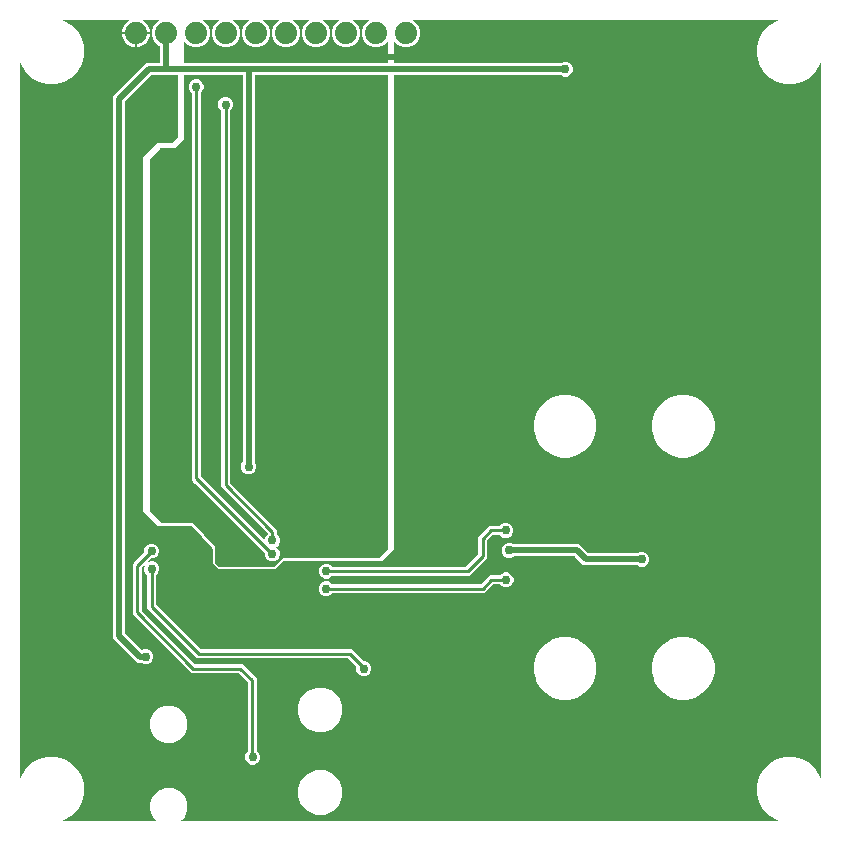
<source format=gbr>
G04 EAGLE Gerber RS-274X export*
G75*
%MOMM*%
%FSLAX34Y34*%
%LPD*%
%INBottom Copper*%
%IPPOS*%
%AMOC8*
5,1,8,0,0,1.08239X$1,22.5*%
G01*
%ADD10C,1.879600*%
%ADD11C,0.756400*%
%ADD12C,0.508000*%
%ADD13C,0.254000*%

G36*
X126037Y10929D02*
X126037Y10929D01*
X126062Y10926D01*
X126120Y10948D01*
X126180Y10962D01*
X126200Y10979D01*
X126224Y10988D01*
X126266Y11033D01*
X126314Y11072D01*
X126325Y11096D01*
X126342Y11115D01*
X126360Y11174D01*
X126385Y11231D01*
X126384Y11256D01*
X126391Y11281D01*
X126381Y11342D01*
X126378Y11404D01*
X126366Y11426D01*
X126362Y11452D01*
X126313Y11523D01*
X126296Y11556D01*
X126287Y11562D01*
X126281Y11572D01*
X123723Y14129D01*
X121339Y19885D01*
X121339Y26115D01*
X123723Y31871D01*
X128129Y36277D01*
X133885Y38661D01*
X140115Y38661D01*
X145871Y36277D01*
X150277Y31871D01*
X152661Y26115D01*
X152661Y19885D01*
X150277Y14129D01*
X147719Y11572D01*
X147706Y11550D01*
X147686Y11534D01*
X147661Y11477D01*
X147628Y11425D01*
X147626Y11399D01*
X147615Y11375D01*
X147617Y11314D01*
X147611Y11252D01*
X147621Y11228D01*
X147622Y11202D01*
X147651Y11148D01*
X147673Y11090D01*
X147692Y11073D01*
X147704Y11050D01*
X147755Y11015D01*
X147800Y10973D01*
X147825Y10965D01*
X147846Y10950D01*
X147931Y10934D01*
X147966Y10923D01*
X147976Y10925D01*
X147988Y10923D01*
X651927Y10923D01*
X651964Y10931D01*
X652001Y10930D01*
X652047Y10951D01*
X652095Y10962D01*
X652125Y10986D01*
X652159Y11002D01*
X652191Y11041D01*
X652229Y11072D01*
X652245Y11107D01*
X652268Y11136D01*
X652280Y11185D01*
X652300Y11231D01*
X652298Y11268D01*
X652307Y11305D01*
X652295Y11354D01*
X652293Y11404D01*
X652275Y11437D01*
X652266Y11474D01*
X652234Y11512D01*
X652211Y11556D01*
X652180Y11578D01*
X652155Y11607D01*
X652100Y11634D01*
X652069Y11656D01*
X652046Y11660D01*
X652025Y11670D01*
X651823Y11724D01*
X645516Y15366D01*
X640366Y20516D01*
X636724Y26823D01*
X635558Y31177D01*
X634839Y33858D01*
X634839Y41142D01*
X636724Y48177D01*
X640366Y54484D01*
X645516Y59634D01*
X651823Y63276D01*
X658858Y65161D01*
X666142Y65161D01*
X673177Y63276D01*
X679484Y59634D01*
X684634Y54484D01*
X688276Y48177D01*
X688330Y47975D01*
X688348Y47942D01*
X688356Y47905D01*
X688388Y47866D01*
X688411Y47822D01*
X688442Y47800D01*
X688466Y47771D01*
X688512Y47751D01*
X688553Y47722D01*
X688590Y47716D01*
X688625Y47700D01*
X688674Y47702D01*
X688724Y47694D01*
X688760Y47705D01*
X688798Y47707D01*
X688842Y47730D01*
X688889Y47745D01*
X688917Y47771D01*
X688950Y47789D01*
X688979Y47830D01*
X689015Y47865D01*
X689028Y47900D01*
X689050Y47931D01*
X689061Y47992D01*
X689074Y48027D01*
X689073Y48050D01*
X689077Y48073D01*
X689077Y651927D01*
X689069Y651964D01*
X689070Y652001D01*
X689049Y652047D01*
X689038Y652095D01*
X689014Y652125D01*
X688998Y652159D01*
X688959Y652191D01*
X688928Y652229D01*
X688893Y652245D01*
X688864Y652268D01*
X688815Y652280D01*
X688769Y652300D01*
X688732Y652298D01*
X688695Y652307D01*
X688646Y652295D01*
X688596Y652293D01*
X688563Y652275D01*
X688526Y652266D01*
X688488Y652234D01*
X688444Y652211D01*
X688422Y652180D01*
X688393Y652155D01*
X688366Y652100D01*
X688344Y652069D01*
X688340Y652046D01*
X688330Y652025D01*
X688276Y651823D01*
X684634Y645516D01*
X679484Y640366D01*
X673177Y636724D01*
X666142Y634839D01*
X658858Y634839D01*
X651823Y636724D01*
X645516Y640366D01*
X640366Y645516D01*
X636724Y651823D01*
X635319Y657068D01*
X634839Y658858D01*
X634839Y666142D01*
X636724Y673177D01*
X640366Y679484D01*
X645516Y684634D01*
X651823Y688276D01*
X652025Y688330D01*
X652058Y688348D01*
X652095Y688356D01*
X652134Y688388D01*
X652178Y688411D01*
X652200Y688442D01*
X652229Y688466D01*
X652249Y688512D01*
X652278Y688553D01*
X652284Y688590D01*
X652300Y688625D01*
X652298Y688674D01*
X652306Y688724D01*
X652295Y688760D01*
X652293Y688798D01*
X652270Y688842D01*
X652255Y688889D01*
X652229Y688917D01*
X652211Y688950D01*
X652170Y688979D01*
X652135Y689015D01*
X652100Y689028D01*
X652069Y689050D01*
X652008Y689061D01*
X651973Y689074D01*
X651950Y689073D01*
X651927Y689077D01*
X343866Y689077D01*
X343854Y689074D01*
X343841Y689076D01*
X343770Y689055D01*
X343697Y689038D01*
X343687Y689030D01*
X343675Y689026D01*
X343621Y688975D01*
X343564Y688928D01*
X343558Y688916D01*
X343549Y688907D01*
X343523Y688837D01*
X343493Y688769D01*
X343493Y688757D01*
X343489Y688744D01*
X343497Y688670D01*
X343499Y688596D01*
X343506Y688585D01*
X343507Y688572D01*
X343547Y688509D01*
X343582Y688444D01*
X343593Y688437D01*
X343600Y688426D01*
X343721Y688346D01*
X344263Y688121D01*
X347621Y684763D01*
X349439Y680375D01*
X349439Y675625D01*
X347621Y671237D01*
X344263Y667879D01*
X339875Y666061D01*
X335125Y666061D01*
X330737Y667879D01*
X328269Y670347D01*
X328247Y670361D01*
X328231Y670381D01*
X328174Y670406D01*
X328122Y670439D01*
X328096Y670441D01*
X328072Y670452D01*
X328011Y670449D01*
X327949Y670455D01*
X327925Y670446D01*
X327899Y670445D01*
X327845Y670415D01*
X327787Y670394D01*
X327770Y670375D01*
X327747Y670362D01*
X327712Y670312D01*
X327670Y670266D01*
X327662Y670242D01*
X327647Y670221D01*
X327631Y670136D01*
X327620Y670100D01*
X327622Y670090D01*
X327620Y670078D01*
X327620Y652961D01*
X327631Y652911D01*
X327633Y652860D01*
X327651Y652828D01*
X327659Y652792D01*
X327692Y652753D01*
X327716Y652708D01*
X327746Y652687D01*
X327769Y652659D01*
X327816Y652638D01*
X327858Y652608D01*
X327900Y652600D01*
X327928Y652588D01*
X327958Y652589D01*
X328000Y652581D01*
X468482Y652581D01*
X468556Y652598D01*
X468630Y652611D01*
X468640Y652618D01*
X468650Y652620D01*
X468679Y652644D01*
X468750Y652692D01*
X468918Y652860D01*
X471242Y653823D01*
X473758Y653823D01*
X476082Y652860D01*
X477860Y651082D01*
X478823Y648758D01*
X478823Y646242D01*
X477860Y643918D01*
X476082Y642140D01*
X473758Y641177D01*
X471242Y641177D01*
X468918Y642140D01*
X468750Y642308D01*
X468686Y642348D01*
X468624Y642392D01*
X468612Y642394D01*
X468603Y642399D01*
X468566Y642403D01*
X468482Y642419D01*
X328000Y642419D01*
X327950Y642408D01*
X327899Y642406D01*
X327867Y642388D01*
X327831Y642380D01*
X327792Y642347D01*
X327747Y642323D01*
X327726Y642293D01*
X327698Y642270D01*
X327677Y642223D01*
X327647Y642181D01*
X327639Y642139D01*
X327627Y642111D01*
X327628Y642081D01*
X327620Y642039D01*
X327620Y241158D01*
X317843Y231380D01*
X234000Y231380D01*
X233926Y231363D01*
X233851Y231350D01*
X233841Y231343D01*
X233831Y231341D01*
X233802Y231317D01*
X233731Y231269D01*
X226843Y224380D01*
X179158Y224380D01*
X173880Y229658D01*
X173880Y241391D01*
X173867Y241448D01*
X173867Y241455D01*
X173865Y241458D01*
X173857Y241522D01*
X173845Y241542D01*
X173841Y241560D01*
X173816Y241590D01*
X173782Y241646D01*
X156545Y260755D01*
X156473Y260804D01*
X156405Y260853D01*
X156403Y260853D01*
X156402Y260854D01*
X156392Y260855D01*
X156262Y260880D01*
X127658Y260880D01*
X115380Y273158D01*
X115380Y572891D01*
X127140Y584620D01*
X139000Y584620D01*
X139074Y584637D01*
X139149Y584650D01*
X139159Y584657D01*
X139169Y584659D01*
X139198Y584683D01*
X139269Y584731D01*
X144269Y589731D01*
X144309Y589796D01*
X144353Y589858D01*
X144355Y589870D01*
X144360Y589878D01*
X144364Y589915D01*
X144380Y590000D01*
X144380Y642039D01*
X144369Y642089D01*
X144367Y642140D01*
X144349Y642172D01*
X144341Y642208D01*
X144308Y642247D01*
X144284Y642292D01*
X144254Y642313D01*
X144231Y642341D01*
X144184Y642362D01*
X144142Y642392D01*
X144100Y642400D01*
X144072Y642412D01*
X144042Y642411D01*
X144000Y642419D01*
X122262Y642419D01*
X122188Y642402D01*
X122113Y642389D01*
X122103Y642382D01*
X122093Y642380D01*
X122064Y642356D01*
X121993Y642308D01*
X100192Y620507D01*
X100152Y620442D01*
X100108Y620380D01*
X100106Y620368D01*
X100101Y620360D01*
X100097Y620323D01*
X100081Y620238D01*
X100081Y169762D01*
X100098Y169688D01*
X100111Y169613D01*
X100118Y169603D01*
X100120Y169593D01*
X100144Y169564D01*
X100192Y169493D01*
X114026Y155659D01*
X114080Y155625D01*
X114130Y155585D01*
X114153Y155580D01*
X114174Y155568D01*
X114237Y155561D01*
X114299Y155548D01*
X114325Y155553D01*
X114346Y155551D01*
X114381Y155564D01*
X114441Y155576D01*
X116242Y156323D01*
X118758Y156323D01*
X121082Y155360D01*
X122860Y153582D01*
X123823Y151258D01*
X123823Y148742D01*
X122860Y146418D01*
X121082Y144640D01*
X118758Y143677D01*
X116242Y143677D01*
X113918Y144640D01*
X113750Y144808D01*
X113686Y144848D01*
X113624Y144892D01*
X113612Y144894D01*
X113603Y144899D01*
X113566Y144903D01*
X113482Y144919D01*
X110395Y144919D01*
X89919Y165395D01*
X89919Y624605D01*
X117895Y652581D01*
X128839Y652581D01*
X128889Y652592D01*
X128940Y652594D01*
X128972Y652612D01*
X129008Y652620D01*
X129047Y652653D01*
X129092Y652677D01*
X129113Y652707D01*
X129141Y652730D01*
X129162Y652777D01*
X129192Y652819D01*
X129200Y652861D01*
X129212Y652889D01*
X129211Y652919D01*
X129219Y652961D01*
X129219Y666928D01*
X129205Y666990D01*
X129198Y667053D01*
X129185Y667073D01*
X129180Y667097D01*
X129139Y667146D01*
X129105Y667199D01*
X129083Y667214D01*
X129070Y667230D01*
X129035Y667246D01*
X128985Y667279D01*
X127537Y667879D01*
X124179Y671237D01*
X122361Y675625D01*
X122361Y680375D01*
X124179Y684763D01*
X127537Y688121D01*
X128079Y688346D01*
X128090Y688353D01*
X128103Y688356D01*
X128160Y688404D01*
X128220Y688447D01*
X128226Y688458D01*
X128236Y688466D01*
X128267Y688534D01*
X128301Y688600D01*
X128302Y688613D01*
X128307Y688625D01*
X128304Y688699D01*
X128306Y688773D01*
X128301Y688785D01*
X128301Y688798D01*
X128265Y688863D01*
X128234Y688930D01*
X128224Y688939D01*
X128218Y688950D01*
X128157Y688993D01*
X128099Y689039D01*
X128087Y689042D01*
X128076Y689050D01*
X127934Y689077D01*
X115041Y689077D01*
X114958Y689058D01*
X114876Y689040D01*
X114874Y689038D01*
X114872Y689038D01*
X114806Y688983D01*
X114741Y688931D01*
X114740Y688929D01*
X114738Y688928D01*
X114704Y688850D01*
X114668Y688774D01*
X114668Y688771D01*
X114667Y688769D01*
X114671Y688685D01*
X114673Y688601D01*
X114674Y688599D01*
X114674Y688596D01*
X114714Y688522D01*
X114754Y688447D01*
X114756Y688446D01*
X114757Y688444D01*
X114770Y688435D01*
X114868Y688358D01*
X115157Y688211D01*
X116678Y687106D01*
X118006Y685778D01*
X119111Y684257D01*
X119964Y682583D01*
X120545Y680796D01*
X120839Y678940D01*
X120839Y678761D01*
X109281Y678761D01*
X109231Y678750D01*
X109180Y678748D01*
X109148Y678730D01*
X109112Y678722D01*
X109073Y678689D01*
X109028Y678665D01*
X109007Y678635D01*
X108979Y678612D01*
X108958Y678565D01*
X108929Y678523D01*
X108920Y678481D01*
X108908Y678453D01*
X108909Y678423D01*
X108901Y678381D01*
X108901Y677999D01*
X108899Y677999D01*
X108899Y678381D01*
X108887Y678431D01*
X108886Y678482D01*
X108868Y678514D01*
X108860Y678550D01*
X108827Y678589D01*
X108803Y678634D01*
X108773Y678655D01*
X108749Y678683D01*
X108703Y678704D01*
X108661Y678734D01*
X108619Y678742D01*
X108591Y678754D01*
X108561Y678753D01*
X108519Y678761D01*
X96961Y678761D01*
X96961Y678940D01*
X97255Y680796D01*
X97836Y682583D01*
X98689Y684257D01*
X99794Y685778D01*
X101122Y687106D01*
X102643Y688211D01*
X102932Y688358D01*
X102995Y688411D01*
X103062Y688466D01*
X103063Y688469D01*
X103064Y688470D01*
X103098Y688547D01*
X103133Y688625D01*
X103132Y688627D01*
X103133Y688629D01*
X103129Y688712D01*
X103126Y688798D01*
X103125Y688800D01*
X103125Y688802D01*
X103083Y688876D01*
X103043Y688950D01*
X103041Y688951D01*
X103040Y688953D01*
X102969Y689002D01*
X102902Y689050D01*
X102899Y689050D01*
X102897Y689051D01*
X102881Y689054D01*
X102759Y689077D01*
X48073Y689077D01*
X48036Y689069D01*
X47999Y689070D01*
X47953Y689049D01*
X47905Y689038D01*
X47875Y689014D01*
X47841Y688998D01*
X47809Y688959D01*
X47771Y688928D01*
X47755Y688893D01*
X47732Y688864D01*
X47720Y688815D01*
X47700Y688769D01*
X47702Y688732D01*
X47693Y688695D01*
X47705Y688646D01*
X47707Y688596D01*
X47725Y688563D01*
X47734Y688526D01*
X47766Y688488D01*
X47789Y688444D01*
X47820Y688422D01*
X47845Y688393D01*
X47900Y688366D01*
X47931Y688344D01*
X47954Y688340D01*
X47975Y688330D01*
X48177Y688276D01*
X54484Y684634D01*
X59634Y679484D01*
X63276Y673177D01*
X64182Y669795D01*
X64691Y667894D01*
X65161Y666142D01*
X65161Y658858D01*
X63276Y651823D01*
X59634Y645516D01*
X54484Y640366D01*
X48177Y636724D01*
X41142Y634839D01*
X33858Y634839D01*
X26823Y636724D01*
X20516Y640366D01*
X15366Y645516D01*
X11724Y651823D01*
X11670Y652025D01*
X11652Y652058D01*
X11644Y652095D01*
X11612Y652134D01*
X11589Y652178D01*
X11558Y652200D01*
X11534Y652229D01*
X11488Y652249D01*
X11447Y652278D01*
X11410Y652284D01*
X11375Y652300D01*
X11326Y652298D01*
X11276Y652306D01*
X11240Y652295D01*
X11202Y652293D01*
X11158Y652270D01*
X11111Y652255D01*
X11083Y652229D01*
X11050Y652211D01*
X11021Y652170D01*
X10985Y652135D01*
X10972Y652100D01*
X10950Y652069D01*
X10939Y652008D01*
X10926Y651973D01*
X10927Y651950D01*
X10923Y651927D01*
X10923Y48073D01*
X10931Y48036D01*
X10930Y47999D01*
X10951Y47953D01*
X10962Y47905D01*
X10986Y47875D01*
X11002Y47841D01*
X11041Y47809D01*
X11072Y47771D01*
X11107Y47755D01*
X11136Y47732D01*
X11185Y47720D01*
X11231Y47700D01*
X11268Y47702D01*
X11305Y47693D01*
X11354Y47705D01*
X11404Y47707D01*
X11437Y47725D01*
X11474Y47734D01*
X11512Y47766D01*
X11556Y47789D01*
X11578Y47820D01*
X11607Y47845D01*
X11634Y47900D01*
X11656Y47931D01*
X11660Y47954D01*
X11670Y47975D01*
X11724Y48177D01*
X15366Y54484D01*
X20516Y59634D01*
X26823Y63276D01*
X33858Y65161D01*
X41142Y65161D01*
X48177Y63276D01*
X54484Y59634D01*
X59634Y54484D01*
X63276Y48177D01*
X64930Y42003D01*
X64930Y42002D01*
X65161Y41142D01*
X65161Y33858D01*
X63276Y26823D01*
X59634Y20516D01*
X54484Y15366D01*
X48177Y11724D01*
X47975Y11670D01*
X47942Y11652D01*
X47905Y11644D01*
X47866Y11612D01*
X47822Y11589D01*
X47800Y11558D01*
X47771Y11534D01*
X47751Y11488D01*
X47722Y11447D01*
X47716Y11410D01*
X47700Y11375D01*
X47702Y11326D01*
X47694Y11276D01*
X47705Y11240D01*
X47707Y11202D01*
X47730Y11158D01*
X47745Y11111D01*
X47771Y11083D01*
X47789Y11050D01*
X47830Y11021D01*
X47865Y10985D01*
X47900Y10972D01*
X47931Y10950D01*
X47992Y10939D01*
X48027Y10926D01*
X48050Y10927D01*
X48073Y10923D01*
X126012Y10923D01*
X126037Y10929D01*
G37*
G36*
X226074Y225637D02*
X226074Y225637D01*
X226149Y225650D01*
X226159Y225657D01*
X226169Y225659D01*
X226198Y225683D01*
X226269Y225731D01*
X234158Y233620D01*
X315000Y233620D01*
X315081Y233639D01*
X315163Y233656D01*
X315166Y233659D01*
X315169Y233659D01*
X315186Y233673D01*
X315279Y233742D01*
X322279Y241325D01*
X322296Y241354D01*
X322302Y241360D01*
X322315Y241387D01*
X322353Y241441D01*
X322357Y241462D01*
X322365Y241476D01*
X322366Y241502D01*
X322373Y241518D01*
X322372Y241543D01*
X322380Y241583D01*
X322380Y642039D01*
X322369Y642089D01*
X322367Y642140D01*
X322349Y642172D01*
X322341Y642208D01*
X322308Y642247D01*
X322284Y642292D01*
X322254Y642313D01*
X322231Y642341D01*
X322184Y642362D01*
X322142Y642392D01*
X322100Y642400D01*
X322072Y642412D01*
X322042Y642411D01*
X322000Y642419D01*
X209961Y642419D01*
X209911Y642408D01*
X209860Y642406D01*
X209828Y642388D01*
X209792Y642380D01*
X209753Y642347D01*
X209708Y642323D01*
X209687Y642293D01*
X209659Y642270D01*
X209638Y642223D01*
X209608Y642181D01*
X209600Y642139D01*
X209588Y642111D01*
X209589Y642081D01*
X209581Y642039D01*
X209581Y315018D01*
X209598Y314944D01*
X209611Y314870D01*
X209618Y314860D01*
X209620Y314850D01*
X209644Y314821D01*
X209692Y314750D01*
X209860Y314582D01*
X210823Y312258D01*
X210823Y309742D01*
X209860Y307418D01*
X208082Y305640D01*
X205758Y304677D01*
X203242Y304677D01*
X200918Y305640D01*
X199140Y307418D01*
X198177Y309742D01*
X198177Y312258D01*
X199140Y314582D01*
X199308Y314750D01*
X199348Y314814D01*
X199392Y314876D01*
X199394Y314888D01*
X199399Y314897D01*
X199403Y314934D01*
X199419Y315018D01*
X199419Y642039D01*
X199408Y642089D01*
X199406Y642140D01*
X199388Y642172D01*
X199380Y642208D01*
X199347Y642247D01*
X199323Y642292D01*
X199293Y642313D01*
X199270Y642341D01*
X199223Y642362D01*
X199181Y642392D01*
X199139Y642400D01*
X199111Y642412D01*
X199081Y642411D01*
X199039Y642419D01*
X150000Y642419D01*
X149950Y642408D01*
X149899Y642406D01*
X149867Y642388D01*
X149831Y642380D01*
X149792Y642347D01*
X149747Y642323D01*
X149726Y642293D01*
X149698Y642270D01*
X149677Y642223D01*
X149647Y642181D01*
X149639Y642139D01*
X149627Y642111D01*
X149628Y642081D01*
X149620Y642039D01*
X149620Y588158D01*
X141843Y580380D01*
X130000Y580380D01*
X129917Y580361D01*
X129833Y580342D01*
X129832Y580341D01*
X129831Y580341D01*
X129825Y580335D01*
X129717Y580254D01*
X120717Y570254D01*
X120685Y570196D01*
X120647Y570142D01*
X120643Y570119D01*
X120634Y570103D01*
X120632Y570064D01*
X120620Y570000D01*
X120620Y273500D01*
X120633Y273444D01*
X120633Y273431D01*
X120638Y273423D01*
X120650Y273351D01*
X120657Y273341D01*
X120659Y273331D01*
X120683Y273302D01*
X120731Y273231D01*
X130731Y263231D01*
X130796Y263191D01*
X130858Y263147D01*
X130870Y263145D01*
X130878Y263140D01*
X130915Y263136D01*
X131000Y263120D01*
X157086Y263120D01*
X176120Y242814D01*
X176120Y229500D01*
X176137Y229426D01*
X176150Y229351D01*
X176157Y229341D01*
X176159Y229331D01*
X176183Y229302D01*
X176231Y229231D01*
X179731Y225731D01*
X179796Y225691D01*
X179858Y225647D01*
X179870Y225645D01*
X179878Y225640D01*
X179915Y225636D01*
X180000Y225620D01*
X226000Y225620D01*
X226074Y225637D01*
G37*
%LPC*%
G36*
X223242Y230677D02*
X223242Y230677D01*
X220918Y231640D01*
X219140Y233418D01*
X218177Y235742D01*
X218177Y237747D01*
X218160Y237822D01*
X218146Y237897D01*
X218140Y237907D01*
X218138Y237916D01*
X218115Y237944D01*
X218065Y238017D01*
X158541Y297079D01*
X158517Y297094D01*
X157310Y298301D01*
X157309Y298302D01*
X156189Y299413D01*
X156189Y300992D01*
X156189Y300993D01*
X156183Y302692D01*
X156189Y302726D01*
X156189Y627212D01*
X156172Y627286D01*
X156159Y627360D01*
X156152Y627370D01*
X156150Y627380D01*
X156126Y627409D01*
X156078Y627480D01*
X154640Y628918D01*
X153677Y631242D01*
X153677Y633758D01*
X154640Y636082D01*
X156418Y637860D01*
X158742Y638823D01*
X161258Y638823D01*
X163582Y637860D01*
X165360Y636082D01*
X166323Y633758D01*
X166323Y631242D01*
X165360Y628918D01*
X163922Y627480D01*
X163882Y627416D01*
X163838Y627354D01*
X163836Y627342D01*
X163831Y627333D01*
X163827Y627296D01*
X163811Y627212D01*
X163811Y302746D01*
X163828Y302671D01*
X163842Y302595D01*
X163848Y302586D01*
X163850Y302577D01*
X163873Y302549D01*
X163923Y302476D01*
X217529Y249285D01*
X217551Y249272D01*
X217566Y249253D01*
X217624Y249227D01*
X217677Y249194D01*
X217702Y249192D01*
X217725Y249182D01*
X217787Y249184D01*
X217849Y249178D01*
X217873Y249187D01*
X217898Y249188D01*
X217953Y249218D01*
X218011Y249241D01*
X218028Y249259D01*
X218050Y249271D01*
X218086Y249322D01*
X218128Y249368D01*
X218135Y249392D01*
X218150Y249413D01*
X218165Y249491D01*
X218170Y249503D01*
X218170Y249511D01*
X218177Y249535D01*
X218175Y249544D01*
X218177Y249555D01*
X218177Y249758D01*
X219140Y252082D01*
X220578Y253520D01*
X220618Y253584D01*
X220662Y253646D01*
X220664Y253658D01*
X220669Y253667D01*
X220673Y253704D01*
X220689Y253788D01*
X220689Y254264D01*
X220672Y254338D01*
X220659Y254413D01*
X220652Y254423D01*
X220650Y254433D01*
X220626Y254462D01*
X220578Y254533D01*
X181189Y293922D01*
X181189Y612212D01*
X181172Y612286D01*
X181159Y612360D01*
X181152Y612370D01*
X181150Y612380D01*
X181126Y612409D01*
X181078Y612480D01*
X179640Y613918D01*
X178677Y616242D01*
X178677Y618758D01*
X179640Y621082D01*
X181418Y622860D01*
X183742Y623823D01*
X186258Y623823D01*
X188582Y622860D01*
X190360Y621082D01*
X191323Y618758D01*
X191323Y616242D01*
X190360Y613918D01*
X188922Y612480D01*
X188882Y612416D01*
X188838Y612354D01*
X188836Y612342D01*
X188831Y612333D01*
X188827Y612296D01*
X188811Y612212D01*
X188811Y297236D01*
X188828Y297162D01*
X188841Y297087D01*
X188848Y297077D01*
X188850Y297067D01*
X188874Y297038D01*
X188922Y296967D01*
X228311Y257578D01*
X228311Y253788D01*
X228328Y253714D01*
X228341Y253640D01*
X228348Y253630D01*
X228350Y253620D01*
X228374Y253591D01*
X228422Y253520D01*
X229860Y252082D01*
X230823Y249758D01*
X230823Y247242D01*
X229860Y244918D01*
X228082Y243140D01*
X227989Y243101D01*
X227968Y243086D01*
X227943Y243079D01*
X227898Y243036D01*
X227848Y243000D01*
X227836Y242978D01*
X227817Y242960D01*
X227795Y242902D01*
X227766Y242847D01*
X227766Y242822D01*
X227757Y242797D01*
X227763Y242736D01*
X227761Y242674D01*
X227772Y242651D01*
X227775Y242625D01*
X227808Y242573D01*
X227834Y242517D01*
X227854Y242501D01*
X227868Y242479D01*
X227940Y242431D01*
X227968Y242408D01*
X227978Y242406D01*
X227988Y242399D01*
X228082Y242360D01*
X229860Y240582D01*
X230823Y238258D01*
X230823Y235742D01*
X229860Y233418D01*
X228082Y231640D01*
X225758Y230677D01*
X223242Y230677D01*
G37*
%LPD*%
%LPC*%
G36*
X206742Y58677D02*
X206742Y58677D01*
X204418Y59640D01*
X202640Y61418D01*
X201677Y63742D01*
X201677Y66258D01*
X202640Y68582D01*
X203578Y69520D01*
X203618Y69584D01*
X203662Y69646D01*
X203664Y69658D01*
X203669Y69667D01*
X203673Y69704D01*
X203689Y69788D01*
X203689Y128264D01*
X203672Y128338D01*
X203659Y128413D01*
X203652Y128423D01*
X203650Y128433D01*
X203626Y128462D01*
X203578Y128533D01*
X196033Y136078D01*
X195968Y136118D01*
X195906Y136162D01*
X195894Y136164D01*
X195886Y136169D01*
X195849Y136173D01*
X195764Y136189D01*
X155922Y136189D01*
X106189Y185922D01*
X106189Y226459D01*
X106188Y226463D01*
X106189Y226467D01*
X106158Y228041D01*
X106162Y228046D01*
X106163Y228052D01*
X107277Y229166D01*
X107279Y229169D01*
X107282Y229171D01*
X116071Y238312D01*
X116108Y238374D01*
X116150Y238433D01*
X116153Y238450D01*
X116160Y238461D01*
X116163Y238500D01*
X116177Y238576D01*
X116177Y240758D01*
X117140Y243082D01*
X118918Y244860D01*
X121242Y245823D01*
X123758Y245823D01*
X126082Y244860D01*
X127860Y243082D01*
X128823Y240758D01*
X128823Y238242D01*
X127860Y235918D01*
X126082Y234140D01*
X123758Y233177D01*
X121869Y233177D01*
X121791Y233159D01*
X121713Y233144D01*
X121707Y233139D01*
X121700Y233138D01*
X121675Y233117D01*
X121595Y233061D01*
X119512Y230895D01*
X119508Y230887D01*
X119500Y230882D01*
X119464Y230813D01*
X119424Y230746D01*
X119423Y230737D01*
X119419Y230729D01*
X119417Y230651D01*
X119411Y230573D01*
X119414Y230564D01*
X119414Y230555D01*
X119446Y230485D01*
X119475Y230412D01*
X119482Y230406D01*
X119486Y230398D01*
X119547Y230349D01*
X119605Y230297D01*
X119614Y230295D01*
X119621Y230289D01*
X119697Y230272D01*
X119772Y230251D01*
X119781Y230253D01*
X119790Y230251D01*
X119932Y230280D01*
X121242Y230823D01*
X123758Y230823D01*
X126082Y229860D01*
X127860Y228082D01*
X128823Y225758D01*
X128823Y223242D01*
X127860Y220918D01*
X126422Y219480D01*
X126382Y219416D01*
X126338Y219354D01*
X126336Y219342D01*
X126331Y219333D01*
X126327Y219296D01*
X126311Y219212D01*
X126311Y194236D01*
X126328Y194162D01*
X126341Y194087D01*
X126348Y194077D01*
X126350Y194067D01*
X126374Y194038D01*
X126422Y193967D01*
X163967Y156422D01*
X164032Y156382D01*
X164094Y156338D01*
X164106Y156336D01*
X164114Y156331D01*
X164151Y156327D01*
X164236Y156311D01*
X291578Y156311D01*
X301455Y146434D01*
X301520Y146394D01*
X301582Y146350D01*
X301594Y146348D01*
X301602Y146343D01*
X301639Y146339D01*
X301724Y146323D01*
X303258Y146323D01*
X305582Y145360D01*
X307360Y143582D01*
X308323Y141258D01*
X308323Y138742D01*
X307360Y136418D01*
X305582Y134640D01*
X303258Y133677D01*
X300742Y133677D01*
X298418Y134640D01*
X296640Y136418D01*
X295677Y138742D01*
X295677Y141276D01*
X295660Y141350D01*
X295647Y141425D01*
X295640Y141435D01*
X295638Y141445D01*
X295614Y141474D01*
X295566Y141545D01*
X288533Y148578D01*
X288468Y148618D01*
X288406Y148662D01*
X288394Y148664D01*
X288386Y148669D01*
X288349Y148673D01*
X288264Y148689D01*
X160922Y148689D01*
X118689Y190922D01*
X118689Y219212D01*
X118672Y219286D01*
X118659Y219360D01*
X118652Y219370D01*
X118650Y219380D01*
X118626Y219409D01*
X118578Y219480D01*
X117140Y220918D01*
X116177Y223242D01*
X116177Y225758D01*
X116621Y226828D01*
X116623Y226844D01*
X116632Y226859D01*
X116637Y226929D01*
X116649Y226999D01*
X116644Y227015D01*
X116645Y227032D01*
X116619Y227097D01*
X116598Y227165D01*
X116587Y227177D01*
X116580Y227192D01*
X116527Y227239D01*
X116479Y227291D01*
X116463Y227296D01*
X116451Y227308D01*
X116383Y227326D01*
X116317Y227351D01*
X116300Y227349D01*
X116284Y227353D01*
X116214Y227340D01*
X116144Y227333D01*
X116130Y227324D01*
X116114Y227320D01*
X116010Y227248D01*
X115998Y227240D01*
X115997Y227238D01*
X115995Y227237D01*
X113917Y225076D01*
X113880Y225013D01*
X113838Y224954D01*
X113835Y224938D01*
X113828Y224927D01*
X113825Y224888D01*
X113811Y224812D01*
X113811Y189236D01*
X113823Y189182D01*
X113824Y189159D01*
X113830Y189148D01*
X113841Y189087D01*
X113848Y189077D01*
X113850Y189067D01*
X113874Y189038D01*
X113922Y188967D01*
X158967Y143922D01*
X159032Y143882D01*
X159094Y143838D01*
X159106Y143836D01*
X159114Y143831D01*
X159151Y143827D01*
X159236Y143811D01*
X199078Y143811D01*
X211311Y131578D01*
X211311Y70726D01*
X211325Y70665D01*
X211332Y70601D01*
X211345Y70581D01*
X211350Y70558D01*
X211391Y70509D01*
X211425Y70455D01*
X211447Y70440D01*
X211460Y70424D01*
X211495Y70409D01*
X211546Y70375D01*
X211582Y70360D01*
X213360Y68582D01*
X214323Y66258D01*
X214323Y63742D01*
X213360Y61418D01*
X211582Y59640D01*
X209258Y58677D01*
X206742Y58677D01*
G37*
%LPD*%
G36*
X322050Y652592D02*
X322050Y652592D01*
X322101Y652594D01*
X322133Y652612D01*
X322169Y652620D01*
X322208Y652653D01*
X322253Y652677D01*
X322274Y652707D01*
X322302Y652730D01*
X322323Y652777D01*
X322353Y652819D01*
X322361Y652861D01*
X322373Y652889D01*
X322372Y652919D01*
X322380Y652961D01*
X322380Y670478D01*
X322374Y670503D01*
X322377Y670529D01*
X322355Y670587D01*
X322341Y670647D01*
X322324Y670667D01*
X322315Y670691D01*
X322270Y670733D01*
X322231Y670781D01*
X322207Y670791D01*
X322188Y670809D01*
X322129Y670826D01*
X322072Y670852D01*
X322047Y670851D01*
X322022Y670858D01*
X321961Y670847D01*
X321899Y670845D01*
X321877Y670833D01*
X321851Y670828D01*
X321780Y670780D01*
X321747Y670762D01*
X321741Y670754D01*
X321731Y670747D01*
X318863Y667879D01*
X314475Y666061D01*
X309725Y666061D01*
X305337Y667879D01*
X301979Y671237D01*
X300161Y675625D01*
X300161Y680375D01*
X301979Y684763D01*
X305337Y688121D01*
X305879Y688346D01*
X305890Y688353D01*
X305903Y688356D01*
X305960Y688404D01*
X306020Y688447D01*
X306026Y688458D01*
X306036Y688466D01*
X306067Y688534D01*
X306101Y688600D01*
X306102Y688613D01*
X306107Y688625D01*
X306104Y688699D01*
X306106Y688773D01*
X306101Y688785D01*
X306101Y688798D01*
X306065Y688863D01*
X306034Y688930D01*
X306024Y688939D01*
X306018Y688950D01*
X305957Y688993D01*
X305899Y689039D01*
X305887Y689042D01*
X305876Y689050D01*
X305734Y689077D01*
X293066Y689077D01*
X293054Y689074D01*
X293041Y689076D01*
X292970Y689055D01*
X292897Y689038D01*
X292887Y689030D01*
X292875Y689026D01*
X292821Y688975D01*
X292764Y688928D01*
X292758Y688916D01*
X292749Y688907D01*
X292723Y688837D01*
X292693Y688769D01*
X292693Y688757D01*
X292689Y688744D01*
X292697Y688670D01*
X292699Y688596D01*
X292706Y688585D01*
X292707Y688572D01*
X292747Y688509D01*
X292782Y688444D01*
X292793Y688437D01*
X292800Y688426D01*
X292921Y688346D01*
X293463Y688121D01*
X296821Y684763D01*
X298639Y680375D01*
X298639Y675625D01*
X296821Y671237D01*
X293463Y667879D01*
X289075Y666061D01*
X284325Y666061D01*
X279937Y667879D01*
X276579Y671237D01*
X274761Y675625D01*
X274761Y680375D01*
X276579Y684763D01*
X279937Y688121D01*
X280479Y688346D01*
X280490Y688353D01*
X280503Y688356D01*
X280560Y688404D01*
X280620Y688447D01*
X280626Y688458D01*
X280636Y688466D01*
X280667Y688534D01*
X280701Y688600D01*
X280702Y688613D01*
X280707Y688625D01*
X280704Y688699D01*
X280706Y688773D01*
X280701Y688785D01*
X280701Y688798D01*
X280665Y688863D01*
X280634Y688930D01*
X280624Y688939D01*
X280618Y688950D01*
X280557Y688993D01*
X280499Y689039D01*
X280487Y689042D01*
X280476Y689050D01*
X280334Y689077D01*
X267666Y689077D01*
X267654Y689074D01*
X267641Y689076D01*
X267570Y689055D01*
X267497Y689038D01*
X267487Y689030D01*
X267475Y689026D01*
X267421Y688975D01*
X267364Y688928D01*
X267358Y688916D01*
X267349Y688907D01*
X267323Y688837D01*
X267293Y688769D01*
X267293Y688757D01*
X267289Y688744D01*
X267297Y688670D01*
X267299Y688596D01*
X267306Y688585D01*
X267307Y688572D01*
X267347Y688509D01*
X267382Y688444D01*
X267393Y688437D01*
X267400Y688426D01*
X267521Y688346D01*
X268063Y688121D01*
X271421Y684763D01*
X273239Y680375D01*
X273239Y675625D01*
X271421Y671237D01*
X268063Y667879D01*
X263675Y666061D01*
X258925Y666061D01*
X254537Y667879D01*
X251179Y671237D01*
X249361Y675625D01*
X249361Y680375D01*
X251179Y684763D01*
X254537Y688121D01*
X255079Y688346D01*
X255090Y688353D01*
X255103Y688356D01*
X255160Y688404D01*
X255220Y688447D01*
X255226Y688458D01*
X255236Y688466D01*
X255267Y688534D01*
X255301Y688600D01*
X255302Y688613D01*
X255307Y688625D01*
X255304Y688699D01*
X255306Y688773D01*
X255301Y688785D01*
X255301Y688798D01*
X255265Y688863D01*
X255234Y688930D01*
X255224Y688939D01*
X255218Y688950D01*
X255157Y688993D01*
X255099Y689039D01*
X255087Y689042D01*
X255076Y689050D01*
X254934Y689077D01*
X242266Y689077D01*
X242254Y689074D01*
X242241Y689076D01*
X242170Y689055D01*
X242097Y689038D01*
X242087Y689030D01*
X242075Y689026D01*
X242021Y688975D01*
X241964Y688928D01*
X241958Y688916D01*
X241949Y688907D01*
X241923Y688837D01*
X241893Y688769D01*
X241893Y688757D01*
X241889Y688744D01*
X241897Y688670D01*
X241899Y688596D01*
X241906Y688585D01*
X241907Y688572D01*
X241947Y688509D01*
X241982Y688444D01*
X241993Y688437D01*
X242000Y688426D01*
X242121Y688346D01*
X242663Y688121D01*
X246021Y684763D01*
X247839Y680375D01*
X247839Y675625D01*
X246021Y671237D01*
X242663Y667879D01*
X238275Y666061D01*
X233525Y666061D01*
X229137Y667879D01*
X225779Y671237D01*
X223961Y675625D01*
X223961Y680375D01*
X225779Y684763D01*
X229137Y688121D01*
X229679Y688346D01*
X229690Y688353D01*
X229703Y688356D01*
X229760Y688404D01*
X229820Y688447D01*
X229826Y688458D01*
X229836Y688466D01*
X229867Y688534D01*
X229901Y688600D01*
X229902Y688613D01*
X229907Y688625D01*
X229904Y688699D01*
X229906Y688773D01*
X229901Y688785D01*
X229901Y688798D01*
X229865Y688863D01*
X229834Y688930D01*
X229824Y688939D01*
X229818Y688950D01*
X229757Y688993D01*
X229699Y689039D01*
X229687Y689042D01*
X229676Y689050D01*
X229534Y689077D01*
X216866Y689077D01*
X216854Y689074D01*
X216841Y689076D01*
X216770Y689055D01*
X216697Y689038D01*
X216687Y689030D01*
X216675Y689026D01*
X216621Y688975D01*
X216564Y688928D01*
X216558Y688916D01*
X216549Y688907D01*
X216523Y688837D01*
X216493Y688769D01*
X216493Y688757D01*
X216489Y688744D01*
X216497Y688670D01*
X216499Y688596D01*
X216506Y688585D01*
X216507Y688572D01*
X216547Y688509D01*
X216582Y688444D01*
X216593Y688437D01*
X216600Y688426D01*
X216721Y688346D01*
X217263Y688121D01*
X220621Y684763D01*
X222439Y680375D01*
X222439Y675625D01*
X220621Y671237D01*
X217263Y667879D01*
X212875Y666061D01*
X208125Y666061D01*
X203737Y667879D01*
X200379Y671237D01*
X198561Y675625D01*
X198561Y680375D01*
X200379Y684763D01*
X203737Y688121D01*
X204279Y688346D01*
X204290Y688353D01*
X204303Y688356D01*
X204360Y688404D01*
X204420Y688447D01*
X204426Y688458D01*
X204436Y688466D01*
X204467Y688534D01*
X204501Y688600D01*
X204502Y688613D01*
X204507Y688625D01*
X204504Y688699D01*
X204506Y688773D01*
X204501Y688785D01*
X204501Y688798D01*
X204465Y688863D01*
X204434Y688930D01*
X204424Y688939D01*
X204418Y688950D01*
X204357Y688993D01*
X204299Y689039D01*
X204287Y689042D01*
X204276Y689050D01*
X204134Y689077D01*
X191466Y689077D01*
X191454Y689074D01*
X191441Y689076D01*
X191370Y689055D01*
X191297Y689038D01*
X191287Y689030D01*
X191275Y689026D01*
X191221Y688975D01*
X191164Y688928D01*
X191158Y688916D01*
X191149Y688907D01*
X191123Y688837D01*
X191093Y688769D01*
X191093Y688757D01*
X191089Y688744D01*
X191097Y688670D01*
X191099Y688596D01*
X191106Y688585D01*
X191107Y688572D01*
X191147Y688509D01*
X191182Y688444D01*
X191193Y688437D01*
X191200Y688426D01*
X191321Y688346D01*
X191863Y688121D01*
X195221Y684763D01*
X197039Y680375D01*
X197039Y675625D01*
X195221Y671237D01*
X191863Y667879D01*
X187475Y666061D01*
X182725Y666061D01*
X178337Y667879D01*
X174979Y671237D01*
X173161Y675625D01*
X173161Y680375D01*
X174979Y684763D01*
X178337Y688121D01*
X178879Y688346D01*
X178890Y688353D01*
X178903Y688356D01*
X178960Y688404D01*
X179020Y688447D01*
X179026Y688458D01*
X179036Y688466D01*
X179067Y688534D01*
X179101Y688600D01*
X179102Y688613D01*
X179107Y688625D01*
X179104Y688699D01*
X179106Y688773D01*
X179101Y688785D01*
X179101Y688798D01*
X179065Y688863D01*
X179034Y688930D01*
X179024Y688939D01*
X179018Y688950D01*
X178957Y688993D01*
X178899Y689039D01*
X178887Y689042D01*
X178876Y689050D01*
X178734Y689077D01*
X166066Y689077D01*
X166054Y689074D01*
X166041Y689076D01*
X165970Y689055D01*
X165897Y689038D01*
X165887Y689030D01*
X165875Y689026D01*
X165821Y688975D01*
X165764Y688928D01*
X165758Y688916D01*
X165749Y688907D01*
X165723Y688837D01*
X165693Y688769D01*
X165693Y688757D01*
X165689Y688744D01*
X165697Y688670D01*
X165699Y688596D01*
X165706Y688585D01*
X165707Y688572D01*
X165747Y688509D01*
X165782Y688444D01*
X165793Y688437D01*
X165800Y688426D01*
X165921Y688346D01*
X166463Y688121D01*
X169821Y684763D01*
X171639Y680375D01*
X171639Y675625D01*
X169821Y671237D01*
X166463Y667879D01*
X162075Y666061D01*
X157325Y666061D01*
X152937Y667879D01*
X150269Y670547D01*
X150247Y670561D01*
X150231Y670581D01*
X150174Y670606D01*
X150122Y670639D01*
X150096Y670641D01*
X150072Y670652D01*
X150011Y670649D01*
X149949Y670655D01*
X149925Y670646D01*
X149899Y670645D01*
X149845Y670615D01*
X149787Y670594D01*
X149770Y670575D01*
X149747Y670562D01*
X149712Y670512D01*
X149670Y670466D01*
X149662Y670442D01*
X149647Y670421D01*
X149631Y670336D01*
X149620Y670300D01*
X149622Y670290D01*
X149620Y670278D01*
X149620Y652961D01*
X149631Y652911D01*
X149633Y652860D01*
X149651Y652828D01*
X149659Y652792D01*
X149692Y652753D01*
X149716Y652708D01*
X149746Y652687D01*
X149769Y652659D01*
X149816Y652638D01*
X149858Y652608D01*
X149900Y652600D01*
X149928Y652588D01*
X149958Y652589D01*
X150000Y652581D01*
X322000Y652581D01*
X322050Y652592D01*
G37*
%LPC*%
G36*
X469023Y318589D02*
X469023Y318589D01*
X462306Y320389D01*
X456283Y323866D01*
X451366Y328783D01*
X447889Y334806D01*
X447430Y336517D01*
X446089Y341523D01*
X446089Y348477D01*
X447889Y355194D01*
X451366Y361217D01*
X456283Y366134D01*
X462306Y369611D01*
X469023Y371411D01*
X475977Y371411D01*
X482694Y369611D01*
X488717Y366134D01*
X493634Y361217D01*
X497111Y355194D01*
X497584Y353427D01*
X498911Y348477D01*
X498911Y341523D01*
X497111Y334806D01*
X493634Y328783D01*
X488717Y323866D01*
X482694Y320389D01*
X475977Y318589D01*
X469023Y318589D01*
G37*
%LPD*%
%LPC*%
G36*
X569023Y318589D02*
X569023Y318589D01*
X562306Y320389D01*
X556283Y323866D01*
X551366Y328783D01*
X547889Y334806D01*
X547430Y336517D01*
X546089Y341523D01*
X546089Y348477D01*
X547889Y355194D01*
X551366Y361217D01*
X556283Y366134D01*
X562306Y369611D01*
X569023Y371411D01*
X575977Y371411D01*
X582694Y369611D01*
X588717Y366134D01*
X593634Y361217D01*
X597111Y355194D01*
X597584Y353427D01*
X598911Y348477D01*
X598911Y341523D01*
X597111Y334806D01*
X593634Y328783D01*
X588717Y323866D01*
X582694Y320389D01*
X575977Y318589D01*
X569023Y318589D01*
G37*
%LPD*%
%LPC*%
G36*
X569023Y113589D02*
X569023Y113589D01*
X562306Y115389D01*
X556283Y118866D01*
X551366Y123783D01*
X547889Y129806D01*
X547418Y131563D01*
X546603Y134605D01*
X546089Y136523D01*
X546089Y143477D01*
X547889Y150194D01*
X551366Y156217D01*
X556283Y161134D01*
X562306Y164611D01*
X569023Y166411D01*
X575977Y166411D01*
X582694Y164611D01*
X588717Y161134D01*
X593634Y156217D01*
X597111Y150194D01*
X597572Y148473D01*
X597572Y148472D01*
X598911Y143477D01*
X598911Y136523D01*
X597111Y129806D01*
X593634Y123783D01*
X588717Y118866D01*
X582694Y115389D01*
X575977Y113589D01*
X569023Y113589D01*
G37*
%LPD*%
%LPC*%
G36*
X469023Y113589D02*
X469023Y113589D01*
X462306Y115389D01*
X456283Y118866D01*
X451366Y123783D01*
X447889Y129806D01*
X447418Y131563D01*
X446603Y134605D01*
X446089Y136523D01*
X446089Y143477D01*
X447889Y150194D01*
X451366Y156217D01*
X456283Y161134D01*
X462306Y164611D01*
X469023Y166411D01*
X475977Y166411D01*
X482694Y164611D01*
X488717Y161134D01*
X493634Y156217D01*
X497111Y150194D01*
X497572Y148473D01*
X497572Y148472D01*
X498911Y143477D01*
X498911Y136523D01*
X497111Y129806D01*
X493634Y123783D01*
X488717Y118866D01*
X482694Y115389D01*
X475977Y113589D01*
X469023Y113589D01*
G37*
%LPD*%
%LPC*%
G36*
X268742Y216177D02*
X268742Y216177D01*
X266418Y217140D01*
X264640Y218918D01*
X263677Y221242D01*
X263677Y223758D01*
X264640Y226082D01*
X266418Y227860D01*
X268742Y228823D01*
X271258Y228823D01*
X273582Y227860D01*
X275020Y226422D01*
X275084Y226382D01*
X275146Y226338D01*
X275158Y226336D01*
X275167Y226331D01*
X275204Y226327D01*
X275288Y226311D01*
X388264Y226311D01*
X388338Y226328D01*
X388413Y226341D01*
X388423Y226348D01*
X388433Y226350D01*
X388462Y226374D01*
X388533Y226422D01*
X398578Y236467D01*
X398618Y236532D01*
X398662Y236594D01*
X398664Y236606D01*
X398669Y236614D01*
X398673Y236651D01*
X398689Y236736D01*
X398689Y251578D01*
X401033Y253922D01*
X407922Y260811D01*
X416712Y260811D01*
X416786Y260828D01*
X416860Y260841D01*
X416870Y260848D01*
X416880Y260850D01*
X416909Y260874D01*
X416980Y260922D01*
X418418Y262360D01*
X420742Y263323D01*
X423258Y263323D01*
X425582Y262360D01*
X427360Y260582D01*
X428323Y258258D01*
X428323Y255742D01*
X427360Y253418D01*
X425582Y251640D01*
X423258Y250677D01*
X420742Y250677D01*
X418418Y251640D01*
X416980Y253078D01*
X416916Y253118D01*
X416854Y253162D01*
X416842Y253164D01*
X416833Y253169D01*
X416796Y253173D01*
X416712Y253189D01*
X411236Y253189D01*
X411162Y253172D01*
X411087Y253159D01*
X411077Y253152D01*
X411067Y253150D01*
X411038Y253126D01*
X410967Y253078D01*
X406422Y248533D01*
X406382Y248468D01*
X406338Y248406D01*
X406336Y248394D01*
X406331Y248386D01*
X406327Y248349D01*
X406311Y248264D01*
X406311Y233422D01*
X403967Y231078D01*
X393922Y221033D01*
X391578Y218689D01*
X275288Y218689D01*
X275214Y218672D01*
X275140Y218659D01*
X275130Y218652D01*
X275120Y218650D01*
X275091Y218626D01*
X275020Y218578D01*
X273582Y217140D01*
X271258Y216177D01*
X268742Y216177D01*
G37*
%LPD*%
%LPC*%
G36*
X268742Y201177D02*
X268742Y201177D01*
X266418Y202140D01*
X264640Y203918D01*
X263677Y206242D01*
X263677Y208758D01*
X264640Y211082D01*
X266418Y212860D01*
X268742Y213823D01*
X271258Y213823D01*
X273582Y212860D01*
X275020Y211422D01*
X275084Y211382D01*
X275146Y211338D01*
X275158Y211336D01*
X275167Y211331D01*
X275204Y211327D01*
X275288Y211311D01*
X400764Y211311D01*
X400838Y211328D01*
X400913Y211341D01*
X400923Y211348D01*
X400933Y211350D01*
X400962Y211374D01*
X401033Y211422D01*
X408422Y218811D01*
X417212Y218811D01*
X417286Y218828D01*
X417360Y218841D01*
X417370Y218848D01*
X417380Y218850D01*
X417409Y218874D01*
X417480Y218922D01*
X418918Y220360D01*
X421242Y221323D01*
X423758Y221323D01*
X426082Y220360D01*
X427860Y218582D01*
X428823Y216258D01*
X428823Y213742D01*
X427860Y211418D01*
X426082Y209640D01*
X423758Y208677D01*
X421242Y208677D01*
X418918Y209640D01*
X417480Y211078D01*
X417416Y211118D01*
X417354Y211162D01*
X417342Y211164D01*
X417333Y211169D01*
X417296Y211173D01*
X417212Y211189D01*
X411736Y211189D01*
X411662Y211172D01*
X411587Y211159D01*
X411577Y211152D01*
X411567Y211150D01*
X411538Y211126D01*
X411467Y211078D01*
X404078Y203689D01*
X275288Y203689D01*
X275214Y203672D01*
X275140Y203659D01*
X275130Y203652D01*
X275120Y203650D01*
X275091Y203626D01*
X275020Y203578D01*
X273582Y202140D01*
X271258Y201177D01*
X268742Y201177D01*
G37*
%LPD*%
%LPC*%
G36*
X536242Y226177D02*
X536242Y226177D01*
X533918Y227140D01*
X533750Y227308D01*
X533686Y227348D01*
X533624Y227392D01*
X533612Y227394D01*
X533603Y227399D01*
X533566Y227403D01*
X533482Y227419D01*
X487895Y227419D01*
X480507Y234808D01*
X480442Y234848D01*
X480380Y234892D01*
X480368Y234894D01*
X480360Y234899D01*
X480323Y234903D01*
X480238Y234919D01*
X429018Y234919D01*
X428944Y234902D01*
X428870Y234889D01*
X428860Y234882D01*
X428850Y234880D01*
X428821Y234856D01*
X428750Y234808D01*
X428582Y234640D01*
X426258Y233677D01*
X423742Y233677D01*
X421418Y234640D01*
X419640Y236418D01*
X418677Y238742D01*
X418677Y241258D01*
X419640Y243582D01*
X421418Y245360D01*
X423742Y246323D01*
X426258Y246323D01*
X428582Y245360D01*
X428750Y245192D01*
X428814Y245152D01*
X428876Y245108D01*
X428888Y245106D01*
X428897Y245101D01*
X428934Y245097D01*
X429018Y245081D01*
X484605Y245081D01*
X491993Y237692D01*
X492058Y237652D01*
X492120Y237608D01*
X492132Y237606D01*
X492140Y237601D01*
X492177Y237597D01*
X492262Y237581D01*
X533482Y237581D01*
X533555Y237598D01*
X533630Y237611D01*
X533641Y237618D01*
X533650Y237620D01*
X533679Y237644D01*
X533750Y237692D01*
X533918Y237860D01*
X536242Y238823D01*
X538758Y238823D01*
X541082Y237860D01*
X542860Y236082D01*
X543823Y233758D01*
X543823Y231242D01*
X542860Y228918D01*
X541082Y227140D01*
X538758Y226177D01*
X536242Y226177D01*
G37*
%LPD*%
%LPC*%
G36*
X261288Y86339D02*
X261288Y86339D01*
X254430Y89180D01*
X249180Y94430D01*
X246339Y101288D01*
X246339Y108712D01*
X249180Y115570D01*
X254430Y120820D01*
X261288Y123661D01*
X268712Y123661D01*
X275570Y120820D01*
X280820Y115570D01*
X283661Y108712D01*
X283661Y101288D01*
X280820Y94430D01*
X275570Y89180D01*
X268712Y86339D01*
X261288Y86339D01*
G37*
%LPD*%
%LPC*%
G36*
X261288Y16339D02*
X261288Y16339D01*
X254430Y19180D01*
X249180Y24430D01*
X246339Y31288D01*
X246339Y38712D01*
X249180Y45570D01*
X254430Y50820D01*
X261288Y53661D01*
X268712Y53661D01*
X275570Y50820D01*
X280820Y45570D01*
X283661Y38712D01*
X283661Y31288D01*
X280820Y24430D01*
X275570Y19180D01*
X268712Y16339D01*
X261288Y16339D01*
G37*
%LPD*%
%LPC*%
G36*
X133885Y77339D02*
X133885Y77339D01*
X128129Y79723D01*
X123723Y84129D01*
X121339Y89885D01*
X121339Y96115D01*
X123723Y101871D01*
X128129Y106277D01*
X133885Y108661D01*
X140115Y108661D01*
X145871Y106277D01*
X150277Y101871D01*
X152661Y96115D01*
X152661Y89885D01*
X150277Y84129D01*
X145871Y79723D01*
X140115Y77339D01*
X133885Y77339D01*
G37*
%LPD*%
%LPC*%
G36*
X109661Y666061D02*
X109661Y666061D01*
X109661Y677239D01*
X120839Y677239D01*
X120839Y677060D01*
X120545Y675204D01*
X119964Y673417D01*
X119111Y671743D01*
X118006Y670222D01*
X116678Y668894D01*
X115157Y667789D01*
X113483Y666936D01*
X111696Y666355D01*
X109840Y666061D01*
X109661Y666061D01*
G37*
%LPD*%
%LPC*%
G36*
X107960Y666061D02*
X107960Y666061D01*
X106104Y666355D01*
X104317Y666936D01*
X102643Y667789D01*
X101122Y668894D01*
X99794Y670222D01*
X98689Y671743D01*
X97836Y673417D01*
X97255Y675204D01*
X96961Y677060D01*
X96961Y677239D01*
X108139Y677239D01*
X108139Y666061D01*
X107960Y666061D01*
G37*
%LPD*%
D10*
X108900Y678000D03*
X134300Y678000D03*
X159700Y678000D03*
X185100Y678000D03*
X210500Y678000D03*
X235900Y678000D03*
X261300Y678000D03*
X286700Y678000D03*
X312100Y678000D03*
X337500Y678000D03*
D11*
X117500Y150000D03*
X204500Y311000D03*
D12*
X117500Y150000D02*
X112500Y150000D01*
X95000Y167500D01*
X95000Y622500D01*
X134300Y649300D02*
X134300Y678000D01*
X134300Y649300D02*
X136100Y647500D01*
X204500Y647500D02*
X204500Y311000D01*
X95000Y622500D02*
X120000Y647500D01*
X136100Y647500D01*
X204500Y647500D02*
X472500Y647500D01*
D11*
X472500Y647500D03*
X425000Y240000D03*
X537500Y232500D03*
D12*
X482500Y240000D02*
X425000Y240000D01*
X482500Y240000D02*
X490000Y232500D01*
X537500Y232500D01*
X204500Y647500D02*
X136100Y647500D01*
D11*
X82500Y645000D03*
X82500Y497500D03*
X82500Y370000D03*
X84000Y263000D03*
X582500Y385000D03*
X632500Y500000D03*
X630000Y655000D03*
X108500Y657500D03*
X172500Y657500D03*
X197500Y657500D03*
X222500Y657500D03*
X247500Y657500D03*
X275000Y657500D03*
X300000Y657500D03*
X375000Y215000D03*
X375000Y231500D03*
X476000Y307500D03*
X375000Y198000D03*
X377500Y497500D03*
X375000Y370000D03*
X370000Y657500D03*
X475000Y500000D03*
X475000Y595000D03*
X474000Y172000D03*
X561000Y170000D03*
X561000Y232500D03*
X558500Y307500D03*
X422000Y272500D03*
X305000Y500000D03*
X305000Y370000D03*
X252500Y502500D03*
X142500Y502500D03*
X127500Y502500D03*
X153000Y658000D03*
X275000Y627500D03*
X299000Y628500D03*
X249000Y628500D03*
X224000Y627500D03*
X172000Y599500D03*
X133000Y564500D03*
X126500Y320500D03*
X146500Y320500D03*
X217500Y321500D03*
X271500Y282500D03*
X291500Y192500D03*
X221500Y102500D03*
X181500Y102500D03*
X59500Y102500D03*
X181500Y32500D03*
X81500Y32500D03*
X331500Y42500D03*
D12*
X300000Y657500D02*
X370000Y657500D01*
D11*
X320000Y657500D03*
X475000Y228000D03*
X81500Y58500D03*
X81500Y184500D03*
X59500Y182500D03*
X59500Y69500D03*
X217500Y302500D03*
X187000Y217000D03*
X204000Y217000D03*
X204000Y233000D03*
X187000Y233000D03*
X108000Y263000D03*
X106500Y370000D03*
X106500Y498500D03*
X109500Y607000D03*
X371000Y635500D03*
X224500Y248500D03*
X185000Y617500D03*
D13*
X185000Y295500D01*
X224500Y256000D02*
X224500Y248500D01*
X224500Y256000D02*
X185000Y295500D01*
D11*
X122500Y224500D03*
X302000Y140000D03*
D13*
X122500Y192500D02*
X122500Y224500D01*
X302000Y140500D02*
X302000Y140000D01*
X162500Y152500D02*
X122500Y192500D01*
X162500Y152500D02*
X290000Y152500D01*
X302000Y140500D01*
D11*
X122500Y239500D03*
X208000Y65000D03*
D13*
X110000Y226500D02*
X122500Y239500D01*
X110000Y187500D02*
X157500Y140000D01*
X197500Y140000D01*
X207500Y130000D01*
X207500Y65500D02*
X208000Y65000D01*
X110000Y187500D02*
X110000Y226500D01*
X207500Y130000D02*
X207500Y65500D01*
D11*
X422500Y215000D03*
X270000Y207500D03*
D13*
X402500Y207500D01*
X410000Y215000D01*
X422500Y215000D01*
D11*
X224500Y237000D03*
D13*
X160000Y301000D02*
X160000Y632500D01*
X160000Y301000D02*
X224500Y237000D01*
D11*
X160000Y632500D03*
X422000Y257000D03*
X270000Y222500D03*
D13*
X409500Y257000D02*
X422000Y257000D01*
X409500Y257000D02*
X402500Y250000D01*
X402500Y235000D02*
X390000Y222500D01*
X402500Y235000D02*
X402500Y250000D01*
X390000Y222500D02*
X270000Y222500D01*
M02*

</source>
